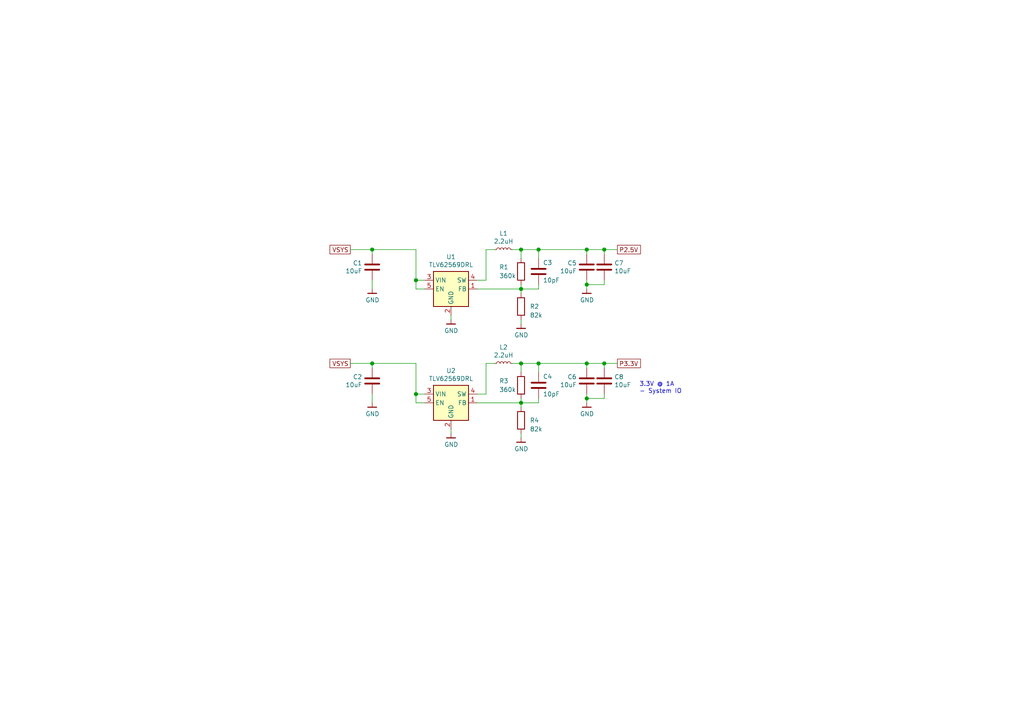
<source format=kicad_sch>
(kicad_sch (version 20200828) (generator eeschema)
  (page 2 4)
  (paper "A4")
  (lib_symbols
    (symbol "OrangeCrab-rescue:C-Device" (pin_numbers hide) (pin_names (offset 0.254))
      (property "Reference" "C" (at 0.635 2.54 0))
      (property "Value" "C-Device" (at 0.635 -2.54 0))
      (symbol "C-Device_0_1"
        (polyline (pts (xy -2.032 -0.762) (xy 2.032 -0.762)) (stroke (width 0.508)))
        (polyline (pts (xy -2.032 0.762) (xy 2.032 0.762)) (stroke (width 0.508)))
      )
      (symbol "C-Device_1_1"
        (pin passive line (at 0 3.81 270) (length 2.794) (name "~") (number "1"))
        (pin passive line (at 0 -3.81 90) (length 2.794) (name "~") (number "2"))
      )
    )
    (symbol "OrangeCrab-rescue:L_Small-Device" (pin_numbers hide) (pin_names (offset 0.254) hide)
      (property "Reference" "L" (at 0.762 1.016 0))
      (property "Value" "L_Small-Device" (at 0.762 -1.016 0))
      (symbol "L_Small-Device_0_1"
        (arc (start 0 -2.032) (end 0 -1.016) (radius (at 0 -1.524) (length 0.508) (angles -89.9 89.9)))
        (arc (start 0 -1.016) (end 0 0) (radius (at 0 -0.508) (length 0.508) (angles -89.9 89.9)))
        (arc (start 0 0) (end 0 1.016) (radius (at 0 0.508) (length 0.508) (angles -89.9 89.9)))
        (arc (start 0 1.016) (end 0 2.032) (radius (at 0 1.524) (length 0.508) (angles -89.9 89.9)))
      )
      (symbol "L_Small-Device_1_1"
        (pin passive line (at 0 2.54 270) (length 0.508) (name "~") (number "1"))
        (pin passive line (at 0 -2.54 90) (length 0.508) (name "~") (number "2"))
      )
    )
    (symbol "OrangeCrab-rescue:R-Device" (pin_numbers hide) (pin_names (offset 0))
      (property "Reference" "R" (at 2.032 0 90))
      (property "Value" "R-Device" (at 0 0 90))
      (symbol "R-Device_0_1"
        (rectangle (start -1.016 -2.54) (end 1.016 2.54) (stroke (width 0.254)))
      )
      (symbol "R-Device_1_1"
        (pin passive line (at 0 3.81 270) (length 1.27) (name "~") (number "1"))
        (pin passive line (at 0 -3.81 90) (length 1.27) (name "~") (number "2"))
      )
    )
    (symbol "OrangeCrab-rescue:TLV62569DRL-Regulator_Switching"
      (property "Reference" "U" (at -5.08 6.35 0))
      (property "Value" "TLV62569DRL-Regulator_Switching" (at 0 6.35 0))
      (symbol "TLV62569DRL-Regulator_Switching_0_1"
        (rectangle (start -5.08 5.08) (end 5.08 -5.08) (stroke (width 0.254)) (fill (type background)))
      )
      (symbol "TLV62569DRL-Regulator_Switching_1_1"
        (pin input line (at 7.62 0 180) (length 2.54) (name "FB") (number "1"))
        (pin power_in line (at 0 -7.62 90) (length 2.54) (name "GND") (number "2"))
        (pin power_in line (at -7.62 2.54 0) (length 2.54) (name "VIN") (number "3"))
        (pin power_out line (at 7.62 2.54 180) (length 2.54) (name "SW") (number "4"))
        (pin input line (at -7.62 0 0) (length 2.54) (name "EN") (number "5"))
        (pin unconnected line (at 5.08 -2.54 180) (length 2.54) hide (name "NC") (number "6"))
      )
    )
    (symbol "gkl_power:GND" (power) (pin_names (offset 0))
      (property "Value" "GND" (at 0 -2.54 0))
      (symbol "GND_0_1"
        (polyline (pts (xy 0 -1.27) (xy 0 0)))
        (polyline (pts (xy 1.27 -1.27) (xy -1.27 -1.27)) (stroke (width 0.3048)))
      )
      (symbol "GND_1_1"
        (pin power_in line (at 0 0 270) (length 0) hide (name "GND") (number "1"))
      )
    )
  )
  (junction (at 107.95 72.39) (diameter 1.016))
  (junction (at 107.95 105.41) (diameter 1.016))
  (junction (at 120.65 81.28) (diameter 1.016))
  (junction (at 120.65 114.3) (diameter 1.016))
  (junction (at 151.13 72.39) (diameter 1.016))
  (junction (at 151.13 83.82) (diameter 1.016))
  (junction (at 151.13 105.41) (diameter 1.016))
  (junction (at 151.13 116.84) (diameter 1.016))
  (junction (at 156.21 72.39) (diameter 1.016))
  (junction (at 156.21 105.41) (diameter 1.016))
  (junction (at 170.18 72.39) (diameter 1.016))
  (junction (at 170.18 82.55) (diameter 1.016))
  (junction (at 170.18 105.41) (diameter 1.016))
  (junction (at 170.18 115.57) (diameter 1.016))
  (junction (at 175.26 72.39) (diameter 1.016))
  (junction (at 175.26 105.41) (diameter 1.016))
  (wire (pts (xy 107.95 72.39) (xy 101.6 72.39)))
  (wire (pts (xy 107.95 72.39) (xy 120.65 72.39)))
  (wire (pts (xy 107.95 73.66) (xy 107.95 72.39)))
  (wire (pts (xy 107.95 81.28) (xy 107.95 83.82)))
  (wire (pts (xy 107.95 105.41) (xy 101.6 105.41)))
  (wire (pts (xy 107.95 105.41) (xy 120.65 105.41)))
  (wire (pts (xy 107.95 106.68) (xy 107.95 105.41)))
  (wire (pts (xy 107.95 114.3) (xy 107.95 116.84)))
  (wire (pts (xy 120.65 81.28) (xy 120.65 72.39)))
  (wire (pts (xy 120.65 83.82) (xy 120.65 81.28)))
  (wire (pts (xy 120.65 114.3) (xy 120.65 105.41)))
  (wire (pts (xy 120.65 116.84) (xy 120.65 114.3)))
  (wire (pts (xy 123.19 81.28) (xy 120.65 81.28)))
  (wire (pts (xy 123.19 83.82) (xy 120.65 83.82)))
  (wire (pts (xy 123.19 114.3) (xy 120.65 114.3)))
  (wire (pts (xy 123.19 116.84) (xy 120.65 116.84)))
  (wire (pts (xy 130.81 91.44) (xy 130.81 92.71)))
  (wire (pts (xy 130.81 124.46) (xy 130.81 125.73)))
  (wire (pts (xy 138.43 81.28) (xy 140.97 81.28)))
  (wire (pts (xy 138.43 83.82) (xy 151.13 83.82)))
  (wire (pts (xy 138.43 114.3) (xy 140.97 114.3)))
  (wire (pts (xy 138.43 116.84) (xy 151.13 116.84)))
  (wire (pts (xy 140.97 81.28) (xy 140.97 72.39)))
  (wire (pts (xy 140.97 114.3) (xy 140.97 105.41)))
  (wire (pts (xy 143.51 72.39) (xy 140.97 72.39)))
  (wire (pts (xy 143.51 105.41) (xy 140.97 105.41)))
  (wire (pts (xy 148.59 72.39) (xy 151.13 72.39)))
  (wire (pts (xy 148.59 105.41) (xy 151.13 105.41)))
  (wire (pts (xy 151.13 72.39) (xy 156.21 72.39)))
  (wire (pts (xy 151.13 74.93) (xy 151.13 72.39)))
  (wire (pts (xy 151.13 82.55) (xy 151.13 83.82)))
  (wire (pts (xy 151.13 83.82) (xy 151.13 85.09)))
  (wire (pts (xy 151.13 83.82) (xy 156.21 83.82)))
  (wire (pts (xy 151.13 92.71) (xy 151.13 93.98)))
  (wire (pts (xy 151.13 105.41) (xy 156.21 105.41)))
  (wire (pts (xy 151.13 107.95) (xy 151.13 105.41)))
  (wire (pts (xy 151.13 115.57) (xy 151.13 116.84)))
  (wire (pts (xy 151.13 116.84) (xy 151.13 118.11)))
  (wire (pts (xy 151.13 116.84) (xy 156.21 116.84)))
  (wire (pts (xy 151.13 125.73) (xy 151.13 127)))
  (wire (pts (xy 156.21 72.39) (xy 170.18 72.39)))
  (wire (pts (xy 156.21 74.93) (xy 156.21 72.39)))
  (wire (pts (xy 156.21 83.82) (xy 156.21 82.55)))
  (wire (pts (xy 156.21 105.41) (xy 170.18 105.41)))
  (wire (pts (xy 156.21 107.95) (xy 156.21 105.41)))
  (wire (pts (xy 156.21 116.84) (xy 156.21 115.57)))
  (wire (pts (xy 170.18 72.39) (xy 175.26 72.39)))
  (wire (pts (xy 170.18 73.66) (xy 170.18 72.39)))
  (wire (pts (xy 170.18 81.28) (xy 170.18 82.55)))
  (wire (pts (xy 170.18 82.55) (xy 170.18 83.82)))
  (wire (pts (xy 170.18 105.41) (xy 175.26 105.41)))
  (wire (pts (xy 170.18 106.68) (xy 170.18 105.41)))
  (wire (pts (xy 170.18 114.3) (xy 170.18 115.57)))
  (wire (pts (xy 170.18 115.57) (xy 170.18 116.84)))
  (wire (pts (xy 175.26 72.39) (xy 179.07 72.39)))
  (wire (pts (xy 175.26 73.66) (xy 175.26 72.39)))
  (wire (pts (xy 175.26 81.28) (xy 175.26 82.55)))
  (wire (pts (xy 175.26 82.55) (xy 170.18 82.55)))
  (wire (pts (xy 175.26 105.41) (xy 179.07 105.41)))
  (wire (pts (xy 175.26 106.68) (xy 175.26 105.41)))
  (wire (pts (xy 175.26 114.3) (xy 175.26 115.57)))
  (wire (pts (xy 175.26 115.57) (xy 170.18 115.57)))
  (text "3.3V @ 1A\n- System IO\n" (at 185.42 114.3 0) (effects (font (size 1.27 1.27)) (justify left bottom)))
  (global_label "VSYS" (shape passive) (at 101.6 72.39 180))
  (global_label "VSYS" (shape passive) (at 101.6 105.41 180))
  (global_label "P2.5V" (shape passive) (at 179.07 72.39 0))
  (global_label "P3.3V" (shape passive) (at 179.07 105.41 0))
  (symbol (lib_id "OrangeCrab-rescue:L_Small-Device") (at 146.05 72.39 90) (unit 1)
    (property "Reference" "L1" (at 146.05 67.691 90))
    (property "Value" "2.2uH" (at 146.05 70.0024 90))
    (property "Footprint" "Inductor_SMD:L_0805_2012Metric" (effects hide))
    (property "Mfg" "Murata Electronics" (effects hide))
    (property "PN" "LQM21PN2R2NGCD" (effects hide))
    (property "Mfg_1" "Sunltech Tech" (effects hide))
    (property "PN_1" "SLM20122R2MIT" (effects hide))
  )
  (symbol (lib_id "OrangeCrab-rescue:L_Small-Device") (at 146.05 105.41 90) (unit 1)
    (property "Reference" "L2" (at 146.05 100.711 90))
    (property "Value" "2.2uH" (at 146.05 103.0224 90))
    (property "Footprint" "Inductor_SMD:L_0805_2012Metric" (effects hide))
    (property "Mfg" "Murata Electronics" (effects hide))
    (property "PN" "LQM21PN2R2NGCD" (effects hide))
    (property "Mfg_1" "Sunltech Tech" (effects hide))
    (property "PN_1" "SLM20122R2MIT" (effects hide))
  )
  (symbol (lib_id "gkl_power:GND") (at 107.95 83.82 0) (unit 1)
    (property "Reference" "#PWR0104" (effects hide))
    (property "Value" "GND" (at 108.0262 87.0204 0))
  )
  (symbol (lib_id "gkl_power:GND") (at 107.95 116.84 0) (unit 1)
    (property "Reference" "#PWR0103" (effects hide))
    (property "Value" "GND" (at 108.0262 120.0404 0))
  )
  (symbol (lib_id "gkl_power:GND") (at 130.81 92.71 0) (unit 1)
    (property "Reference" "#PWR0106" (effects hide))
    (property "Value" "GND" (at 130.8862 95.9104 0))
  )
  (symbol (lib_id "gkl_power:GND") (at 130.81 125.73 0) (unit 1)
    (property "Reference" "#PWR0105" (effects hide))
    (property "Value" "GND" (at 130.8862 128.9304 0))
  )
  (symbol (lib_id "gkl_power:GND") (at 151.13 93.98 0) (unit 1)
    (property "Reference" "#PWR0107" (effects hide))
    (property "Value" "GND" (at 151.2062 97.1804 0))
  )
  (symbol (lib_id "gkl_power:GND") (at 151.13 127 0) (unit 1)
    (property "Reference" "#PWR0102" (effects hide))
    (property "Value" "GND" (at 151.2062 130.2004 0))
  )
  (symbol (lib_id "gkl_power:GND") (at 170.18 83.82 0) (unit 1)
    (property "Reference" "#PWR0101" (effects hide))
    (property "Value" "GND" (at 170.2562 87.0204 0))
  )
  (symbol (lib_id "gkl_power:GND") (at 170.18 116.84 0) (unit 1)
    (property "Reference" "#PWR0108" (effects hide))
    (property "Value" "GND" (at 170.2562 120.0404 0))
  )
  (symbol (lib_id "OrangeCrab-rescue:R-Device") (at 151.13 78.74 180) (unit 1)
    (property "Reference" "R1" (at 144.78 77.47 0) (effects (justify right)))
    (property "Value" "360k" (at 144.78 80.01 0) (effects (justify right)))
    (property "Footprint" "Resistor_SMD:R_0402_1005Metric" (effects hide))
    (property "Mfg" "‎Yageo‎" (effects hide))
    (property "PN" "RC0201FR-07360KL" (effects hide))
    (property "Mfg_1" "UNI-ROYAL(Uniroyal Elec)" (effects hide))
    (property "PN_1" "0201WMF3603TCE" (effects hide))
  )
  (symbol (lib_id "OrangeCrab-rescue:R-Device") (at 151.13 88.9 0) (unit 1)
    (property "Reference" "R2" (at 153.67 88.9 0) (effects (justify left)))
    (property "Value" "82k" (at 153.67 91.44 0) (effects (justify left)))
    (property "Footprint" "Resistor_SMD:R_0402_1005Metric" (effects hide))
    (property "Mfg" "‎Yageo‎" (effects hide))
    (property "PN" "RC0201FR-0782KL" (effects hide))
    (property "Mfg_1" "UNI-ROYAL(Uniroyal Elec)" (effects hide))
    (property "PN_1" "0201WMF8202TCE" (effects hide))
  )
  (symbol (lib_id "OrangeCrab-rescue:R-Device") (at 151.13 111.76 180) (unit 1)
    (property "Reference" "R3" (at 144.78 110.49 0) (effects (justify right)))
    (property "Value" "360k" (at 144.78 113.03 0) (effects (justify right)))
    (property "Footprint" "Resistor_SMD:R_0402_1005Metric" (effects hide))
    (property "Mfg" "‎Yageo‎" (effects hide))
    (property "PN" "RC0201FR-07360KL" (effects hide))
    (property "Mfg_1" "UNI-ROYAL(Uniroyal Elec)" (effects hide))
    (property "PN_1" "0201WMF3603TCE" (effects hide))
  )
  (symbol (lib_id "OrangeCrab-rescue:R-Device") (at 151.13 121.92 0) (unit 1)
    (property "Reference" "R4" (at 153.67 121.92 0) (effects (justify left)))
    (property "Value" "82k" (at 153.67 124.46 0) (effects (justify left)))
    (property "Footprint" "Resistor_SMD:R_0402_1005Metric" (effects hide))
    (property "Mfg" "‎Yageo‎" (effects hide))
    (property "PN" "RC0201FR-0782KL" (effects hide))
    (property "Mfg_1" "UNI-ROYAL(Uniroyal Elec)" (effects hide))
    (property "PN_1" "0201WMF8202TCE" (effects hide))
  )
  (symbol (lib_id "OrangeCrab-rescue:C-Device") (at 107.95 77.47 0) (mirror x) (unit 1)
    (property "Reference" "C1" (at 105.0544 76.3016 0) (effects (justify right)))
    (property "Value" "10uF" (at 105.0544 78.613 0) (effects (justify right)))
    (property "Footprint" "Capacitor_SMD:C_0402_1005Metric" (effects hide))
    (property "Mfg" "Murata Electronics North America" (effects hide))
    (property "PN" "GRM155R60J106ME15D" (effects hide))
    (property "Mfg_1" "YAGEO" (effects hide))
    (property "PN_1" "CC0402MRX5R5BB106" (effects hide))
  )
  (symbol (lib_id "OrangeCrab-rescue:C-Device") (at 107.95 110.49 0) (mirror x) (unit 1)
    (property "Reference" "C2" (at 105.0544 109.3216 0) (effects (justify right)))
    (property "Value" "10uF" (at 105.0544 111.633 0) (effects (justify right)))
    (property "Footprint" "Capacitor_SMD:C_0402_1005Metric" (effects hide))
    (property "Mfg" "Murata Electronics North America" (effects hide))
    (property "PN" "GRM155R60J106ME15D" (effects hide))
    (property "Mfg_1" "YAGEO" (effects hide))
    (property "PN_1" "CC0402MRX5R5BB106" (effects hide))
  )
  (symbol (lib_id "OrangeCrab-rescue:C-Device") (at 156.21 78.74 180) (unit 1)
    (property "Reference" "C3" (at 157.48 76.2 0) (effects (justify right)))
    (property "Value" "10pF" (at 157.48 81.28 0) (effects (justify right)))
    (property "Footprint" "Capacitor_SMD:C_0402_1005Metric" (effects hide))
    (property "Mfg" "Samsung Electro-Mechanics" (effects hide))
    (property "PN" "CL03C100JA3GNNC" (effects hide))
    (property "Mfg_1" "YAGEO" (effects hide))
    (property "PN_1" "CC0201DRNPO8BN100" (effects hide))
  )
  (symbol (lib_id "OrangeCrab-rescue:C-Device") (at 156.21 111.76 180) (unit 1)
    (property "Reference" "C4" (at 157.48 109.22 0) (effects (justify right)))
    (property "Value" "10pF" (at 157.48 114.3 0) (effects (justify right)))
    (property "Footprint" "Capacitor_SMD:C_0402_1005Metric" (effects hide))
    (property "Mfg" "Samsung Electro-Mechanics" (effects hide))
    (property "PN" "CL03C100JA3GNNC" (effects hide))
    (property "Mfg_1" "YAGEO" (effects hide))
    (property "PN_1" "CC0201DRNPO8BN100" (effects hide))
  )
  (symbol (lib_id "OrangeCrab-rescue:C-Device") (at 170.18 77.47 0) (mirror x) (unit 1)
    (property "Reference" "C5" (at 167.2844 76.3016 0) (effects (justify right)))
    (property "Value" "10uF" (at 167.2844 78.613 0) (effects (justify right)))
    (property "Footprint" "Capacitor_SMD:C_0402_1005Metric" (effects hide))
    (property "Mfg" "Murata Electronics North America" (effects hide))
    (property "PN" "GRM155R60J106ME15D" (effects hide))
    (property "Mfg_1" "YAGEO" (effects hide))
    (property "PN_1" "CC0402MRX5R5BB106" (effects hide))
  )
  (symbol (lib_id "OrangeCrab-rescue:C-Device") (at 170.18 110.49 0) (mirror x) (unit 1)
    (property "Reference" "C6" (at 167.2844 109.3216 0) (effects (justify right)))
    (property "Value" "10uF" (at 167.2844 111.633 0) (effects (justify right)))
    (property "Footprint" "Capacitor_SMD:C_0402_1005Metric" (effects hide))
    (property "Mfg" "Murata Electronics North America" (effects hide))
    (property "PN" "GRM155R60J106ME15D" (effects hide))
    (property "Mfg_1" "YAGEO" (effects hide))
    (property "PN_1" "CC0402MRX5R5BB106" (effects hide))
  )
  (symbol (lib_id "OrangeCrab-rescue:C-Device") (at 175.26 77.47 180) (unit 1)
    (property "Reference" "C7" (at 178.181 76.3016 0) (effects (justify right)))
    (property "Value" "10uF" (at 178.181 78.613 0) (effects (justify right)))
    (property "Footprint" "Capacitor_SMD:C_0402_1005Metric" (effects hide))
    (property "Mfg" "Murata Electronics North America" (effects hide))
    (property "PN" "GRM155R60J106ME15D" (effects hide))
    (property "Mfg_1" "YAGEO" (effects hide))
    (property "PN_1" "CC0402MRX5R5BB106" (effects hide))
  )
  (symbol (lib_id "OrangeCrab-rescue:C-Device") (at 175.26 110.49 180) (unit 1)
    (property "Reference" "C8" (at 178.181 109.3216 0) (effects (justify right)))
    (property "Value" "10uF" (at 178.181 111.633 0) (effects (justify right)))
    (property "Footprint" "Capacitor_SMD:C_0402_1005Metric" (effects hide))
    (property "Mfg" "Murata Electronics North America" (effects hide))
    (property "PN" "GRM155R60J106ME15D" (effects hide))
    (property "Mfg_1" "YAGEO" (effects hide))
    (property "PN_1" "CC0402MRX5R5BB106" (effects hide))
  )
  (symbol (lib_id "OrangeCrab-rescue:TLV62569DRL-Regulator_Switching") (at 130.81 83.82 0) (unit 1)
    (property "Reference" "U1" (at 130.81 74.4982 0))
    (property "Value" "TLV62569DRL" (at 130.81 76.8096 0))
    (property "Footprint" "Package_TO_SOT_SMD:SOT-563" (effects hide))
    (property "Datasheet" "http://www.ti.com/lit/ds/symlink/tlv62569.pdf" (effects hide))
    (property "Mfg" "Texas Instruments" (effects hide))
    (property "PN" "TLV62569DRLR" (effects hide))
  )
  (symbol (lib_id "OrangeCrab-rescue:TLV62569DRL-Regulator_Switching") (at 130.81 116.84 0) (unit 1)
    (property "Reference" "U2" (at 130.81 107.5182 0))
    (property "Value" "TLV62569DRL" (at 130.81 109.8296 0))
    (property "Footprint" "Package_TO_SOT_SMD:SOT-563" (effects hide))
    (property "Datasheet" "http://www.ti.com/lit/ds/symlink/tlv62569.pdf" (effects hide))
    (property "Mfg" "Texas Instruments" (effects hide))
    (property "PN" "TLV62569DRLR" (effects hide))
  )
)
</source>
